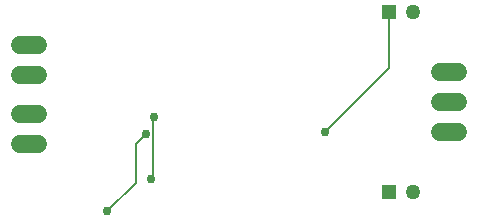
<source format=gbr>
G04 EAGLE Gerber RS-274X export*
G75*
%MOMM*%
%FSLAX34Y34*%
%LPD*%
%INBottom Copper*%
%IPPOS*%
%AMOC8*
5,1,8,0,0,1.08239X$1,22.5*%
G01*
%ADD10R,1.258000X1.258000*%
%ADD11C,1.258000*%
%ADD12C,1.508000*%
%ADD13C,0.756400*%
%ADD14C,0.152400*%


D10*
X355600Y76200D03*
D11*
X375600Y76200D03*
D10*
X355600Y228600D03*
D11*
X375600Y228600D03*
D12*
X58340Y175260D02*
X43260Y175260D01*
X43260Y200660D02*
X58340Y200660D01*
X58340Y116840D02*
X43260Y116840D01*
X43260Y142240D02*
X58340Y142240D01*
X398860Y177800D02*
X413940Y177800D01*
X413940Y152400D02*
X398860Y152400D01*
X398860Y127000D02*
X413940Y127000D01*
D13*
X300990Y127000D03*
D14*
X355600Y181610D01*
X355600Y228600D01*
D13*
X116840Y60080D03*
X149860Y125730D03*
D14*
X140970Y116840D01*
X140970Y84210D01*
X116840Y60080D01*
D13*
X156210Y139700D03*
X153970Y87630D03*
D14*
X153970Y88239D01*
X155928Y90197D01*
X155928Y139418D02*
X156210Y139700D01*
X155928Y139418D02*
X155928Y90197D01*
M02*

</source>
